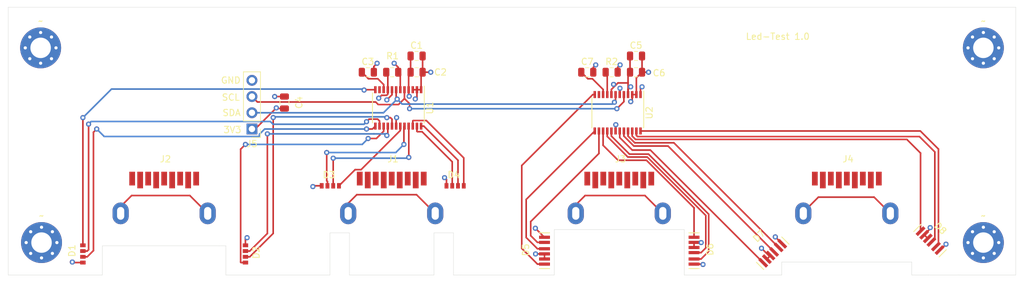
<source format=kicad_pcb>
(kicad_pcb (version 20171130) (host pcbnew "(5.1.9-0-10_14)")
  (layers (0 F.Cu signal) (1 In1.Cu signal hide) (2 In2.Cu signal) (31 B.Cu signal) (34 B.Paste user hide) (35 F.Paste user hide) (36 B.SilkS user hide) (37 F.SilkS user hide) (38 B.Mask user hide) (39 F.Mask user hide) (44 Edge.Cuts user))
  (net 0 "")
  (net 1 GND)
  (net 2 +3V3)
  (net 3 "Net-(C3-Pad1)")
  (net 4 "Net-(C7-Pad1)")
  (net 5 "Net-(D1-Pad2)")
  (net 6 "Net-(D1-Pad3)")
  (net 7 "Net-(D1-Pad4)")
  (net 8 "Net-(D2-Pad2)")
  (net 9 "Net-(D2-Pad3)")
  (net 10 "Net-(D2-Pad4)")
  (net 11 "Net-(D3-Pad2)")
  (net 12 "Net-(D3-Pad3)")
  (net 13 "Net-(D3-Pad4)")
  (net 14 "Net-(D4-Pad2)")
  (net 15 "Net-(D4-Pad3)")
  (net 16 "Net-(D4-Pad4)")
  (net 17 "Net-(D5-Pad1)")
  (net 18 "Net-(D5-Pad2)")
  (net 19 "Net-(D5-Pad3)")
  (net 20 "Net-(D6-Pad1)")
  (net 21 "Net-(D6-Pad2)")
  (net 22 "Net-(D6-Pad3)")
  (net 23 "Net-(D7-Pad1)")
  (net 24 "Net-(D7-Pad2)")
  (net 25 "Net-(D7-Pad3)")
  (net 26 "Net-(D8-Pad1)")
  (net 27 "Net-(D8-Pad2)")
  (net 28 "Net-(D8-Pad3)")
  (net 29 "Net-(J1-Pad4)")
  (net 30 "Net-(J1-Pad3)")
  (net 31 "Net-(J1-Pad2)")
  (net 32 "Net-(J1-Pad5)")
  (net 33 "Net-(J1-Pad6)")
  (net 34 "Net-(J1-Pad7)")
  (net 35 "Net-(J1-Pad8)")
  (net 36 "Net-(J1-Pad1)")
  (net 37 "Net-(J1-Pad9)")
  (net 38 "Net-(J1-Pad10)")
  (net 39 "Net-(J2-Pad4)")
  (net 40 "Net-(J2-Pad3)")
  (net 41 "Net-(J2-Pad2)")
  (net 42 "Net-(J2-Pad5)")
  (net 43 "Net-(J2-Pad6)")
  (net 44 "Net-(J2-Pad7)")
  (net 45 "Net-(J2-Pad8)")
  (net 46 "Net-(J2-Pad1)")
  (net 47 "Net-(J2-Pad9)")
  (net 48 "Net-(J2-Pad10)")
  (net 49 "Net-(J3-Pad4)")
  (net 50 "Net-(J3-Pad3)")
  (net 51 "Net-(J3-Pad2)")
  (net 52 "Net-(J3-Pad5)")
  (net 53 "Net-(J3-Pad6)")
  (net 54 "Net-(J3-Pad7)")
  (net 55 "Net-(J3-Pad8)")
  (net 56 "Net-(J3-Pad1)")
  (net 57 "Net-(J3-Pad9)")
  (net 58 "Net-(J3-Pad10)")
  (net 59 "Net-(J4-Pad4)")
  (net 60 "Net-(J4-Pad3)")
  (net 61 "Net-(J4-Pad2)")
  (net 62 "Net-(J4-Pad5)")
  (net 63 "Net-(J4-Pad6)")
  (net 64 "Net-(J4-Pad7)")
  (net 65 "Net-(J4-Pad8)")
  (net 66 "Net-(J4-Pad1)")
  (net 67 "Net-(J4-Pad9)")
  (net 68 "Net-(J4-Pad10)")
  (net 69 /SCL)
  (net 70 /SDA)
  (net 71 "Net-(R1-Pad1)")
  (net 72 "Net-(R2-Pad1)")
  (module MountingHole:MountingHole_3.2mm_M3_Pad_Via (layer F.Cu) (at 228.6 91.44)
    (fp_text reference ~ (at 0 -4.2) (layer F.SilkS))
    (fp_text value MountingHole_3.2mm_M3_Pad_Via)
    (pad 1 thru_hole circle (at 0 0) (size 6.4 6.4) (drill 3.2) (layers *.Cu *.Mask))
    (pad 1 thru_hole circle (at 2.4 0) (size 0.8 0.8) (drill 0.5) (layers *.Cu *.Mask))
    (pad 1 thru_hole circle (at 1.697056 1.697056) (size 0.8 0.8) (drill 0.5) (layers *.Cu *.Mask))
    (pad 1 thru_hole circle (at 0 2.4) (size 0.8 0.8) (drill 0.5) (layers *.Cu *.Mask))
    (pad 1 thru_hole circle (at -1.697056 1.697056) (size 0.8 0.8) (drill 0.5) (layers *.Cu *.Mask))
    (pad 1 thru_hole circle (at -2.4 0) (size 0.8 0.8) (drill 0.5) (layers *.Cu *.Mask))
    (pad 1 thru_hole circle (at -1.697056 -1.697056) (size 0.8 0.8) (drill 0.5) (layers *.Cu *.Mask))
    (pad 1 thru_hole circle (at 0 -2.4) (size 0.8 0.8) (drill 0.5) (layers *.Cu *.Mask))
    (pad 1 thru_hole circle (at 1.697056 -1.697056) (size 0.8 0.8) (drill 0.5) (layers *.Cu *.Mask))
  )
  (module MountingHole:MountingHole_3.2mm_M3_Pad_Via (layer F.Cu) (at 228.6 121.92)
    (fp_text reference ~ (at 0 -4.2) (layer F.SilkS))
    (fp_text value MountingHole_3.2mm_M3_Pad_Via)
    (pad 1 thru_hole circle (at 1.697056 -1.697056) (size 0.8 0.8) (drill 0.5) (layers *.Cu *.Mask))
    (pad 1 thru_hole circle (at 0 -2.4) (size 0.8 0.8) (drill 0.5) (layers *.Cu *.Mask))
    (pad 1 thru_hole circle (at -1.697056 -1.697056) (size 0.8 0.8) (drill 0.5) (layers *.Cu *.Mask))
    (pad 1 thru_hole circle (at -2.4 0) (size 0.8 0.8) (drill 0.5) (layers *.Cu *.Mask))
    (pad 1 thru_hole circle (at -1.697056 1.697056) (size 0.8 0.8) (drill 0.5) (layers *.Cu *.Mask))
    (pad 1 thru_hole circle (at 0 2.4) (size 0.8 0.8) (drill 0.5) (layers *.Cu *.Mask))
    (pad 1 thru_hole circle (at 1.697056 1.697056) (size 0.8 0.8) (drill 0.5) (layers *.Cu *.Mask))
    (pad 1 thru_hole circle (at 2.4 0) (size 0.8 0.8) (drill 0.5) (layers *.Cu *.Mask))
    (pad 1 thru_hole circle (at 0 0) (size 6.4 6.4) (drill 3.2) (layers *.Cu *.Mask))
  )
  (module MountingHole:MountingHole_3.2mm_M3_Pad_Via (layer F.Cu) (at 81.28 91.44)
    (fp_text reference ~ (at 0 -4.2) (layer F.SilkS))
    (fp_text value MountingHole_3.2mm_M3_Pad_Via)
    (pad 1 thru_hole circle (at 0 0) (size 6.4 6.4) (drill 3.2) (layers *.Cu *.Mask))
    (pad 1 thru_hole circle (at 2.4 0) (size 0.8 0.8) (drill 0.5) (layers *.Cu *.Mask))
    (pad 1 thru_hole circle (at 1.697056 1.697056) (size 0.8 0.8) (drill 0.5) (layers *.Cu *.Mask))
    (pad 1 thru_hole circle (at 0 2.4) (size 0.8 0.8) (drill 0.5) (layers *.Cu *.Mask))
    (pad 1 thru_hole circle (at -1.697056 1.697056) (size 0.8 0.8) (drill 0.5) (layers *.Cu *.Mask))
    (pad 1 thru_hole circle (at -2.4 0) (size 0.8 0.8) (drill 0.5) (layers *.Cu *.Mask))
    (pad 1 thru_hole circle (at -1.697056 -1.697056) (size 0.8 0.8) (drill 0.5) (layers *.Cu *.Mask))
    (pad 1 thru_hole circle (at 0 -2.4) (size 0.8 0.8) (drill 0.5) (layers *.Cu *.Mask))
    (pad 1 thru_hole circle (at 1.697056 -1.697056) (size 0.8 0.8) (drill 0.5) (layers *.Cu *.Mask))
  )
  (module MountingHole:MountingHole_3.2mm_M3_Pad_Via (layer F.Cu) (at 81.42 121.92)
    (fp_text reference ~ (at 0 -4.2) (layer F.SilkS))
    (fp_text value MountingHole_3.2mm_M3_Pad_Via)
    (pad 1 thru_hole circle (at 1.697056 -1.697056) (size 0.8 0.8) (drill 0.5) (layers *.Cu *.Mask))
    (pad 1 thru_hole circle (at 0 -2.4) (size 0.8 0.8) (drill 0.5) (layers *.Cu *.Mask))
    (pad 1 thru_hole circle (at -1.697056 -1.697056) (size 0.8 0.8) (drill 0.5) (layers *.Cu *.Mask))
    (pad 1 thru_hole circle (at -2.4 0) (size 0.8 0.8) (drill 0.5) (layers *.Cu *.Mask))
    (pad 1 thru_hole circle (at -1.697056 1.697056) (size 0.8 0.8) (drill 0.5) (layers *.Cu *.Mask))
    (pad 1 thru_hole circle (at 0 2.4) (size 0.8 0.8) (drill 0.5) (layers *.Cu *.Mask))
    (pad 1 thru_hole circle (at 1.697056 1.697056) (size 0.8 0.8) (drill 0.5) (layers *.Cu *.Mask))
    (pad 1 thru_hole circle (at 2.4 0) (size 0.8 0.8) (drill 0.5) (layers *.Cu *.Mask))
    (pad 1 thru_hole circle (at 0 0) (size 6.4 6.4) (drill 3.2) (layers *.Cu *.Mask))
  )
  (module Package_SO:TSSOP-24_4.4x7.8mm_P0.65mm (layer F.Cu) (at 171.45 101.6 270)
    (fp_text reference U2 (at 0 -4.95 90) (layer F.SilkS))
    (fp_text value LP5012PWR)
    (pad 24 smd rect (at 2.85 -3.575 270) (size 1.1 0.4) (layers F.Cu F.Paste F.Mask) (net 28 "Net-(D8-Pad3)"))
    (pad 23 smd rect (at 2.85 -2.925 270) (size 1.1 0.4) (layers F.Cu F.Paste F.Mask) (net 27 "Net-(D8-Pad2)"))
    (pad 22 smd rect (at 2.85 -2.275 270) (size 1.1 0.4) (layers F.Cu F.Paste F.Mask) (net 26 "Net-(D8-Pad1)"))
    (pad 21 smd rect (at 2.85 -1.625 270) (size 1.1 0.4) (layers F.Cu F.Paste F.Mask) (net 25 "Net-(D7-Pad3)"))
    (pad 20 smd rect (at 2.85 -0.975 270) (size 1.1 0.4) (layers F.Cu F.Paste F.Mask) (net 24 "Net-(D7-Pad2)"))
    (pad 19 smd rect (at 2.85 -0.325 270) (size 1.1 0.4) (layers F.Cu F.Paste F.Mask) (net 23 "Net-(D7-Pad1)"))
    (pad 18 smd rect (at 2.85 0.325 270) (size 1.1 0.4) (layers F.Cu F.Paste F.Mask) (net 1 GND))
    (pad 17 smd rect (at 2.85 0.975 270) (size 1.1 0.4) (layers F.Cu F.Paste F.Mask) (net 22 "Net-(D6-Pad3)"))
    (pad 16 smd rect (at 2.85 1.625 270) (size 1.1 0.4) (layers F.Cu F.Paste F.Mask) (net 21 "Net-(D6-Pad2)"))
    (pad 15 smd rect (at 2.85 2.275 270) (size 1.1 0.4) (layers F.Cu F.Paste F.Mask) (net 20 "Net-(D6-Pad1)"))
    (pad 14 smd rect (at 2.85 2.925 270) (size 1.1 0.4) (layers F.Cu F.Paste F.Mask) (net 19 "Net-(D5-Pad3)"))
    (pad 13 smd rect (at 2.85 3.575 270) (size 1.1 0.4) (layers F.Cu F.Paste F.Mask) (net 18 "Net-(D5-Pad2)"))
    (pad 12 smd rect (at -2.85 3.575 270) (size 1.1 0.4) (layers F.Cu F.Paste F.Mask) (net 17 "Net-(D5-Pad1)"))
    (pad 11 smd rect (at -2.85 2.925 270) (size 1.1 0.4) (layers F.Cu F.Paste F.Mask))
    (pad 10 smd rect (at -2.85 2.275 270) (size 1.1 0.4) (layers F.Cu F.Paste F.Mask) (net 4 "Net-(C7-Pad1)"))
    (pad 9 smd rect (at -2.85 1.625 270) (size 1.1 0.4) (layers F.Cu F.Paste F.Mask) (net 72 "Net-(R2-Pad1)"))
    (pad 8 smd rect (at -2.85 0.975 270) (size 1.1 0.4) (layers F.Cu F.Paste F.Mask) (net 2 +3V3))
    (pad 7 smd rect (at -2.85 0.325 270) (size 1.1 0.4) (layers F.Cu F.Paste F.Mask) (net 70 /SDA))
    (pad 6 smd rect (at -2.85 -0.325 270) (size 1.1 0.4) (layers F.Cu F.Paste F.Mask) (net 1 GND))
    (pad 5 smd rect (at -2.85 -0.975 270) (size 1.1 0.4) (layers F.Cu F.Paste F.Mask) (net 69 /SCL))
    (pad 4 smd rect (at -2.85 -1.625 270) (size 1.1 0.4) (layers F.Cu F.Paste F.Mask) (net 2 +3V3))
    (pad 3 smd rect (at -2.85 -2.275 270) (size 1.1 0.4) (layers F.Cu F.Paste F.Mask) (net 1 GND))
    (pad 2 smd rect (at -2.85 -2.925 270) (size 1.1 0.4) (layers F.Cu F.Paste F.Mask) (net 1 GND))
    (pad 1 smd rect (at -2.85 -3.575 270) (size 1.1 0.4) (layers F.Cu F.Paste F.Mask) (net 2 +3V3))
  )
  (module Package_SO:TSSOP-24_4.4x7.8mm_P0.65mm (layer F.Cu) (at 137.16 100.838 270)
    (fp_text reference U1 (at 0 -4.95 90) (layer F.SilkS))
    (fp_text value LP5012PWR)
    (pad 24 smd rect (at 2.85 -3.575 270) (size 1.1 0.4) (layers F.Cu F.Paste F.Mask) (net 15 "Net-(D4-Pad3)"))
    (pad 23 smd rect (at 2.85 -2.925 270) (size 1.1 0.4) (layers F.Cu F.Paste F.Mask) (net 14 "Net-(D4-Pad2)"))
    (pad 22 smd rect (at 2.85 -2.275 270) (size 1.1 0.4) (layers F.Cu F.Paste F.Mask) (net 16 "Net-(D4-Pad4)"))
    (pad 21 smd rect (at 2.85 -1.625 270) (size 1.1 0.4) (layers F.Cu F.Paste F.Mask) (net 12 "Net-(D3-Pad3)"))
    (pad 20 smd rect (at 2.85 -0.975 270) (size 1.1 0.4) (layers F.Cu F.Paste F.Mask) (net 11 "Net-(D3-Pad2)"))
    (pad 19 smd rect (at 2.85 -0.325 270) (size 1.1 0.4) (layers F.Cu F.Paste F.Mask) (net 13 "Net-(D3-Pad4)"))
    (pad 18 smd rect (at 2.85 0.325 270) (size 1.1 0.4) (layers F.Cu F.Paste F.Mask) (net 1 GND))
    (pad 17 smd rect (at 2.85 0.975 270) (size 1.1 0.4) (layers F.Cu F.Paste F.Mask) (net 9 "Net-(D2-Pad3)"))
    (pad 16 smd rect (at 2.85 1.625 270) (size 1.1 0.4) (layers F.Cu F.Paste F.Mask) (net 8 "Net-(D2-Pad2)"))
    (pad 15 smd rect (at 2.85 2.275 270) (size 1.1 0.4) (layers F.Cu F.Paste F.Mask) (net 10 "Net-(D2-Pad4)"))
    (pad 14 smd rect (at 2.85 2.925 270) (size 1.1 0.4) (layers F.Cu F.Paste F.Mask) (net 6 "Net-(D1-Pad3)"))
    (pad 13 smd rect (at 2.85 3.575 270) (size 1.1 0.4) (layers F.Cu F.Paste F.Mask) (net 5 "Net-(D1-Pad2)"))
    (pad 12 smd rect (at -2.85 3.575 270) (size 1.1 0.4) (layers F.Cu F.Paste F.Mask) (net 7 "Net-(D1-Pad4)"))
    (pad 11 smd rect (at -2.85 2.925 270) (size 1.1 0.4) (layers F.Cu F.Paste F.Mask))
    (pad 10 smd rect (at -2.85 2.275 270) (size 1.1 0.4) (layers F.Cu F.Paste F.Mask) (net 3 "Net-(C3-Pad1)"))
    (pad 9 smd rect (at -2.85 1.625 270) (size 1.1 0.4) (layers F.Cu F.Paste F.Mask) (net 71 "Net-(R1-Pad1)"))
    (pad 8 smd rect (at -2.85 0.975 270) (size 1.1 0.4) (layers F.Cu F.Paste F.Mask) (net 2 +3V3))
    (pad 7 smd rect (at -2.85 0.325 270) (size 1.1 0.4) (layers F.Cu F.Paste F.Mask) (net 70 /SDA))
    (pad 6 smd rect (at -2.85 -0.325 270) (size 1.1 0.4) (layers F.Cu F.Paste F.Mask) (net 1 GND))
    (pad 5 smd rect (at -2.85 -0.975 270) (size 1.1 0.4) (layers F.Cu F.Paste F.Mask) (net 69 /SCL))
    (pad 4 smd rect (at -2.85 -1.625 270) (size 1.1 0.4) (layers F.Cu F.Paste F.Mask) (net 2 +3V3))
    (pad 3 smd rect (at -2.85 -2.275 270) (size 1.1 0.4) (layers F.Cu F.Paste F.Mask) (net 1 GND))
    (pad 2 smd rect (at -2.85 -2.925 270) (size 1.1 0.4) (layers F.Cu F.Paste F.Mask) (net 1 GND))
    (pad 1 smd rect (at -2.85 -3.575 270) (size 1.1 0.4) (layers F.Cu F.Paste F.Mask) (net 1 GND))
  )
  (module Resistor_SMD:R_0805_2012Metric (layer F.Cu) (at 170.5125 95.25)
    (fp_text reference R2 (at 0 -1.65) (layer F.SilkS))
    (fp_text value 3.6k)
    (pad 2 smd roundrect (at 0.9375 0) (size 0.975 1.4) (layers F.Cu F.Paste F.Mask) (net 1 GND))
    (pad 1 smd roundrect (at -0.9375 0) (size 0.975 1.4) (layers F.Cu F.Paste F.Mask) (net 72 "Net-(R2-Pad1)"))
  )
  (module Resistor_SMD:R_0805_2012Metric (layer F.Cu) (at 136.2225 95.25)
    (fp_text reference R1 (at 0.0485 -2.54) (layer F.SilkS))
    (fp_text value 3.6k)
    (pad 2 smd roundrect (at 0.9375 0) (size 0.975 1.4) (layers F.Cu F.Paste F.Mask) (net 1 GND))
    (pad 1 smd roundrect (at -0.9375 0) (size 0.975 1.4) (layers F.Cu F.Paste F.Mask) (net 71 "Net-(R1-Pad1)"))
  )
  (module Connector_PinHeader_2.54mm:PinHeader_1x04_P2.54mm_Vertical (layer F.Cu) (at 114.3 104.14 180)
    (fp_text reference J5 (at 0 -2.33) (layer F.SilkS))
    (fp_text value Conn_01x04_Male)
    (pad 4 thru_hole oval (at 0 7.62 180) (size 1.7 1.7) (drill 1) (layers *.Cu *.Mask) (net 1 GND))
    (pad 3 thru_hole oval (at 0 5.08 180) (size 1.7 1.7) (drill 1) (layers *.Cu *.Mask) (net 69 /SCL))
    (pad 2 thru_hole oval (at 0 2.54 180) (size 1.7 1.7) (drill 1) (layers *.Cu *.Mask) (net 70 /SDA))
    (pad 1 thru_hole rect (at 0 0 180) (size 1.7 1.7) (drill 1) (layers *.Cu *.Mask) (net 2 +3V3))
  )
  (module usb_connectors:WR-COM_USB_3.0_Horizontal_SMT (layer F.Cu) (at 207.264 117.348)
    (fp_text reference J4 (at 0.2 -8.5) (layer F.SilkS))
    (fp_text value USB3_A)
    (pad 4 smd rect (at 3.75 -5.22) (size 0.9 2.6) (layers F.Cu F.Paste F.Mask) (net 59 "Net-(J4-Pad4)"))
    (pad 3 smd rect (at 1.25 -5.22) (size 0.9 2.6) (layers F.Cu F.Paste F.Mask) (net 60 "Net-(J4-Pad3)"))
    (pad 2 smd rect (at -1.25 -5.22) (size 0.9 2.6) (layers F.Cu F.Paste F.Mask) (net 61 "Net-(J4-Pad2)"))
    (pad 5 smd rect (at 5 -5.445) (size 0.9 2.15) (layers F.Cu F.Paste F.Mask) (net 62 "Net-(J4-Pad5)"))
    (pad 6 smd rect (at 2.5 -5.445) (size 0.9 2.15) (layers F.Cu F.Paste F.Mask) (net 63 "Net-(J4-Pad6)"))
    (pad 7 smd rect (at 0 -5.445) (size 0.9 2.15) (layers F.Cu F.Paste F.Mask) (net 64 "Net-(J4-Pad7)"))
    (pad 8 smd rect (at -2.5 -5.445) (size 0.9 2.15) (layers F.Cu F.Paste F.Mask) (net 65 "Net-(J4-Pad8)"))
    (pad 1 smd rect (at -3.75 -5.22) (size 0.9 2.6) (layers F.Cu F.Paste F.Mask) (net 66 "Net-(J4-Pad1)"))
    (pad 9 smd rect (at -5 -5.445) (size 0.9 2.15) (layers F.Cu F.Paste F.Mask) (net 67 "Net-(J4-Pad9)"))
    (pad "" np_thru_hole circle (at 3.4 0) (size 2 2) (drill 2) (layers *.Cu *.Mask))
    (pad "" np_thru_hole circle (at -3.4 0) (size 2 2) (drill 2) (layers *.Cu *.Mask))
    (pad 10 thru_hole oval (at 6.8 0) (size 2.52 3.4) (drill oval 1.12 2) (layers *.Cu *.Mask F.Paste) (net 68 "Net-(J4-Pad10)"))
    (pad 10 thru_hole oval (at -6.8 0) (size 2.52 3.4) (drill oval 1.12 2) (layers *.Cu *.Mask F.Paste) (net 68 "Net-(J4-Pad10)"))
  )
  (module usb_connectors:WR-COM_USB_3.0_Horizontal_SMT (layer F.Cu) (at 171.704 117.348)
    (fp_text reference J3 (at 0.2 -8.5) (layer F.SilkS))
    (fp_text value USB3_A)
    (pad 4 smd rect (at 3.75 -5.22) (size 0.9 2.6) (layers F.Cu F.Paste F.Mask) (net 49 "Net-(J3-Pad4)"))
    (pad 3 smd rect (at 1.25 -5.22) (size 0.9 2.6) (layers F.Cu F.Paste F.Mask) (net 50 "Net-(J3-Pad3)"))
    (pad 2 smd rect (at -1.25 -5.22) (size 0.9 2.6) (layers F.Cu F.Paste F.Mask) (net 51 "Net-(J3-Pad2)"))
    (pad 5 smd rect (at 5 -5.445) (size 0.9 2.15) (layers F.Cu F.Paste F.Mask) (net 52 "Net-(J3-Pad5)"))
    (pad 6 smd rect (at 2.5 -5.445) (size 0.9 2.15) (layers F.Cu F.Paste F.Mask) (net 53 "Net-(J3-Pad6)"))
    (pad 7 smd rect (at 0 -5.445) (size 0.9 2.15) (layers F.Cu F.Paste F.Mask) (net 54 "Net-(J3-Pad7)"))
    (pad 8 smd rect (at -2.5 -5.445) (size 0.9 2.15) (layers F.Cu F.Paste F.Mask) (net 55 "Net-(J3-Pad8)"))
    (pad 1 smd rect (at -3.75 -5.22) (size 0.9 2.6) (layers F.Cu F.Paste F.Mask) (net 56 "Net-(J3-Pad1)"))
    (pad 9 smd rect (at -5 -5.445) (size 0.9 2.15) (layers F.Cu F.Paste F.Mask) (net 57 "Net-(J3-Pad9)"))
    (pad "" np_thru_hole circle (at 3.4 0) (size 2 2) (drill 2) (layers *.Cu *.Mask))
    (pad "" np_thru_hole circle (at -3.4 0) (size 2 2) (drill 2) (layers *.Cu *.Mask))
    (pad 10 thru_hole oval (at 6.8 0) (size 2.52 3.4) (drill oval 1.12 2) (layers *.Cu *.Mask F.Paste) (net 58 "Net-(J3-Pad10)"))
    (pad 10 thru_hole oval (at -6.8 0) (size 2.52 3.4) (drill oval 1.12 2) (layers *.Cu *.Mask F.Paste) (net 58 "Net-(J3-Pad10)"))
  )
  (module usb_connectors:WR-COM_USB_3.0_Horizontal_SMT (layer F.Cu) (at 100.584 117.348)
    (fp_text reference J2 (at 0.2 -8.5) (layer F.SilkS))
    (fp_text value USB3_A)
    (pad 4 smd rect (at 3.75 -5.22) (size 0.9 2.6) (layers F.Cu F.Paste F.Mask) (net 39 "Net-(J2-Pad4)"))
    (pad 3 smd rect (at 1.25 -5.22) (size 0.9 2.6) (layers F.Cu F.Paste F.Mask) (net 40 "Net-(J2-Pad3)"))
    (pad 2 smd rect (at -1.25 -5.22) (size 0.9 2.6) (layers F.Cu F.Paste F.Mask) (net 41 "Net-(J2-Pad2)"))
    (pad 5 smd rect (at 5 -5.445) (size 0.9 2.15) (layers F.Cu F.Paste F.Mask) (net 42 "Net-(J2-Pad5)"))
    (pad 6 smd rect (at 2.5 -5.445) (size 0.9 2.15) (layers F.Cu F.Paste F.Mask) (net 43 "Net-(J2-Pad6)"))
    (pad 7 smd rect (at 0 -5.445) (size 0.9 2.15) (layers F.Cu F.Paste F.Mask) (net 44 "Net-(J2-Pad7)"))
    (pad 8 smd rect (at -2.5 -5.445) (size 0.9 2.15) (layers F.Cu F.Paste F.Mask) (net 45 "Net-(J2-Pad8)"))
    (pad 1 smd rect (at -3.75 -5.22) (size 0.9 2.6) (layers F.Cu F.Paste F.Mask) (net 46 "Net-(J2-Pad1)"))
    (pad 9 smd rect (at -5 -5.445) (size 0.9 2.15) (layers F.Cu F.Paste F.Mask) (net 47 "Net-(J2-Pad9)"))
    (pad "" np_thru_hole circle (at 3.4 0) (size 2 2) (drill 2) (layers *.Cu *.Mask))
    (pad "" np_thru_hole circle (at -3.4 0) (size 2 2) (drill 2) (layers *.Cu *.Mask))
    (pad 10 thru_hole oval (at 6.8 0) (size 2.52 3.4) (drill oval 1.12 2) (layers *.Cu *.Mask F.Paste) (net 48 "Net-(J2-Pad10)"))
    (pad 10 thru_hole oval (at -6.8 0) (size 2.52 3.4) (drill oval 1.12 2) (layers *.Cu *.Mask F.Paste) (net 48 "Net-(J2-Pad10)"))
  )
  (module usb_connectors:WR-COM_USB_3.0_Horizontal_SMT (layer F.Cu) (at 136.144 117.348)
    (fp_text reference J1 (at 0.2 -8.5) (layer F.SilkS))
    (fp_text value USB3_A)
    (pad 4 smd rect (at 3.75 -5.22) (size 0.9 2.6) (layers F.Cu F.Paste F.Mask) (net 29 "Net-(J1-Pad4)"))
    (pad 3 smd rect (at 1.25 -5.22) (size 0.9 2.6) (layers F.Cu F.Paste F.Mask) (net 30 "Net-(J1-Pad3)"))
    (pad 2 smd rect (at -1.25 -5.22) (size 0.9 2.6) (layers F.Cu F.Paste F.Mask) (net 31 "Net-(J1-Pad2)"))
    (pad 5 smd rect (at 5 -5.445) (size 0.9 2.15) (layers F.Cu F.Paste F.Mask) (net 32 "Net-(J1-Pad5)"))
    (pad 6 smd rect (at 2.5 -5.445) (size 0.9 2.15) (layers F.Cu F.Paste F.Mask) (net 33 "Net-(J1-Pad6)"))
    (pad 7 smd rect (at 0 -5.445) (size 0.9 2.15) (layers F.Cu F.Paste F.Mask) (net 34 "Net-(J1-Pad7)"))
    (pad 8 smd rect (at -2.5 -5.445) (size 0.9 2.15) (layers F.Cu F.Paste F.Mask) (net 35 "Net-(J1-Pad8)"))
    (pad 1 smd rect (at -3.75 -5.22) (size 0.9 2.6) (layers F.Cu F.Paste F.Mask) (net 36 "Net-(J1-Pad1)"))
    (pad 9 smd rect (at -5 -5.445) (size 0.9 2.15) (layers F.Cu F.Paste F.Mask) (net 37 "Net-(J1-Pad9)"))
    (pad "" np_thru_hole circle (at 3.4 0) (size 2 2) (drill 2) (layers *.Cu *.Mask))
    (pad "" np_thru_hole circle (at -3.4 0) (size 2 2) (drill 2) (layers *.Cu *.Mask))
    (pad 10 thru_hole oval (at 6.8 0) (size 2.52 3.4) (drill oval 1.12 2) (layers *.Cu *.Mask F.Paste) (net 38 "Net-(J1-Pad10)"))
    (pad 10 thru_hole oval (at -6.8 0) (size 2.52 3.4) (drill oval 1.12 2) (layers *.Cu *.Mask F.Paste) (net 38 "Net-(J1-Pad10)"))
  )
  (module leds_and_switches:KRTB_AELPS1.32 (layer F.Cu) (at 220.4085 121.4755 135)
    (fp_text reference D8 (at 0.2 2.3 135) (layer F.SilkS))
    (fp_text value LED_RGB)
    (pad 1 smd rect (at 2.1 -0.2 135) (size 0.5 1.7) (layers F.Cu F.Paste F.Mask) (net 26 "Net-(D8-Pad1)"))
    (pad 6 smd rect (at 1.3 -0.2 135) (size 0.5 1.7) (layers F.Cu F.Paste F.Mask) (net 2 +3V3))
    (pad 5 smd rect (at 0.5 -0.2 135) (size 0.5 1.7) (layers F.Cu F.Paste F.Mask) (net 2 +3V3))
    (pad 2 smd rect (at -0.3 -0.2 135) (size 0.5 1.7) (layers F.Cu F.Paste F.Mask) (net 27 "Net-(D8-Pad2)"))
    (pad 3 smd rect (at -1.3 -0.2 135) (size 0.5 1.7) (layers F.Cu F.Paste F.Mask) (net 28 "Net-(D8-Pad3)"))
    (pad 4 smd rect (at -2.1 -0.2 135) (size 0.5 1.7) (layers F.Cu F.Paste F.Mask) (net 2 +3V3))
  )
  (module leds_and_switches:KRTB_AELPS1.32 (layer F.Cu) (at 195.543947 123.451211 225)
    (fp_text reference D7 (at -0.389803 3.212498 45) (layer F.SilkS))
    (fp_text value LED_RGB)
    (pad 4 smd rect (at -2.1 -0.2 225) (size 0.5 1.7) (layers F.Cu F.Paste F.Mask) (net 2 +3V3))
    (pad 3 smd rect (at -1.3 -0.2 225) (size 0.5 1.7) (layers F.Cu F.Paste F.Mask) (net 25 "Net-(D7-Pad3)"))
    (pad 2 smd rect (at -0.3 -0.2 225) (size 0.5 1.7) (layers F.Cu F.Paste F.Mask) (net 24 "Net-(D7-Pad2)"))
    (pad 5 smd rect (at 0.5 -0.2 225) (size 0.5 1.7) (layers F.Cu F.Paste F.Mask) (net 2 +3V3))
    (pad 6 smd rect (at 1.3 -0.2 225) (size 0.5 1.7) (layers F.Cu F.Paste F.Mask) (net 2 +3V3))
    (pad 1 smd rect (at 2.1 -0.2 225) (size 0.5 1.7) (layers F.Cu F.Paste F.Mask) (net 23 "Net-(D7-Pad1)"))
  )
  (module leds_and_switches:KRTB_AELPS1.32 (layer F.Cu) (at 183.588 123.19 90)
    (fp_text reference D6 (at 0.2 2.3 90) (layer F.SilkS))
    (fp_text value LED_RGB)
    (pad 1 smd rect (at 2.1 -0.2 90) (size 0.5 1.7) (layers F.Cu F.Paste F.Mask) (net 20 "Net-(D6-Pad1)"))
    (pad 6 smd rect (at 1.3 -0.2 90) (size 0.5 1.7) (layers F.Cu F.Paste F.Mask) (net 2 +3V3))
    (pad 5 smd rect (at 0.5 -0.2 90) (size 0.5 1.7) (layers F.Cu F.Paste F.Mask) (net 2 +3V3))
    (pad 2 smd rect (at -0.3 -0.2 90) (size 0.5 1.7) (layers F.Cu F.Paste F.Mask) (net 21 "Net-(D6-Pad2)"))
    (pad 3 smd rect (at -1.3 -0.2 90) (size 0.5 1.7) (layers F.Cu F.Paste F.Mask) (net 22 "Net-(D6-Pad3)"))
    (pad 4 smd rect (at -2.1 -0.2 90) (size 0.5 1.7) (layers F.Cu F.Paste F.Mask) (net 2 +3V3))
  )
  (module leds_and_switches:KRTB_AELPS1.32 (layer F.Cu) (at 159.82 123.19 270)
    (fp_text reference D5 (at -0.127 2.721 90) (layer F.SilkS))
    (fp_text value LED_RGB)
    (pad 1 smd rect (at 2.1 -0.2 270) (size 0.5 1.7) (layers F.Cu F.Paste F.Mask) (net 17 "Net-(D5-Pad1)"))
    (pad 6 smd rect (at 1.3 -0.2 270) (size 0.5 1.7) (layers F.Cu F.Paste F.Mask) (net 2 +3V3))
    (pad 5 smd rect (at 0.5 -0.2 270) (size 0.5 1.7) (layers F.Cu F.Paste F.Mask) (net 2 +3V3))
    (pad 2 smd rect (at -0.3 -0.2 270) (size 0.5 1.7) (layers F.Cu F.Paste F.Mask) (net 18 "Net-(D5-Pad2)"))
    (pad 3 smd rect (at -1.3 -0.2 270) (size 0.5 1.7) (layers F.Cu F.Paste F.Mask) (net 19 "Net-(D5-Pad3)"))
    (pad 4 smd rect (at -2.1 -0.2 270) (size 0.5 1.7) (layers F.Cu F.Paste F.Mask) (net 2 +3V3))
  )
  (module leds_and_switches:MSL0601RGB (layer F.Cu) (at 146.05 113.03 180)
    (fp_text reference D4 (at 0.2 1.7) (layer F.SilkS))
    (fp_text value LED_AGBR)
    (pad 1 smd rect (at 1.35 0 180) (size 0.6 0.85) (layers F.Cu F.Paste F.Mask) (net 2 +3V3))
    (pad 2 smd rect (at 0.45 0 180) (size 0.6 0.85) (layers F.Cu F.Paste F.Mask) (net 14 "Net-(D4-Pad2)"))
    (pad 3 smd rect (at -0.45 0 180) (size 0.6 0.85) (layers F.Cu F.Paste F.Mask) (net 15 "Net-(D4-Pad3)"))
    (pad 4 smd rect (at -1.35 0 180) (size 0.6 0.85) (layers F.Cu F.Paste F.Mask) (net 16 "Net-(D4-Pad4)"))
  )
  (module leds_and_switches:MSL0601RGB (layer F.Cu) (at 126.55 113.03 180)
    (fp_text reference D3 (at 0.2 1.7) (layer F.SilkS))
    (fp_text value LED_AGBR)
    (pad 1 smd rect (at 1.35 0 180) (size 0.6 0.85) (layers F.Cu F.Paste F.Mask) (net 2 +3V3))
    (pad 2 smd rect (at 0.45 0 180) (size 0.6 0.85) (layers F.Cu F.Paste F.Mask) (net 11 "Net-(D3-Pad2)"))
    (pad 3 smd rect (at -0.45 0 180) (size 0.6 0.85) (layers F.Cu F.Paste F.Mask) (net 12 "Net-(D3-Pad3)"))
    (pad 4 smd rect (at -1.35 0 180) (size 0.6 0.85) (layers F.Cu F.Paste F.Mask) (net 13 "Net-(D3-Pad4)"))
  )
  (module leds_and_switches:MSL0601RGB (layer F.Cu) (at 113.284 123.698 90)
    (fp_text reference D2 (at 0.2 1.7 90) (layer F.SilkS))
    (fp_text value LED_AGBR)
    (pad 1 smd rect (at 1.35 0 90) (size 0.6 0.85) (layers F.Cu F.Paste F.Mask) (net 2 +3V3))
    (pad 2 smd rect (at 0.45 0 90) (size 0.6 0.85) (layers F.Cu F.Paste F.Mask) (net 8 "Net-(D2-Pad2)"))
    (pad 3 smd rect (at -0.45 0 90) (size 0.6 0.85) (layers F.Cu F.Paste F.Mask) (net 9 "Net-(D2-Pad3)"))
    (pad 4 smd rect (at -1.35 0 90) (size 0.6 0.85) (layers F.Cu F.Paste F.Mask) (net 10 "Net-(D2-Pad4)"))
  )
  (module leds_and_switches:MSL0601RGB (layer F.Cu) (at 87.884 123.698 270)
    (fp_text reference D1 (at -0.508 1.7 90) (layer F.SilkS))
    (fp_text value LED_AGBR)
    (pad 1 smd rect (at 1.35 0 270) (size 0.6 0.85) (layers F.Cu F.Paste F.Mask) (net 2 +3V3))
    (pad 2 smd rect (at 0.45 0 270) (size 0.6 0.85) (layers F.Cu F.Paste F.Mask) (net 5 "Net-(D1-Pad2)"))
    (pad 3 smd rect (at -0.45 0 270) (size 0.6 0.85) (layers F.Cu F.Paste F.Mask) (net 6 "Net-(D1-Pad3)"))
    (pad 4 smd rect (at -1.35 0 270) (size 0.6 0.85) (layers F.Cu F.Paste F.Mask) (net 7 "Net-(D1-Pad4)"))
  )
  (module Capacitor_SMD:C_0805_2012Metric (layer F.Cu) (at 166.7025 95.25)
    (fp_text reference C7 (at 0 -1.65) (layer F.SilkS))
    (fp_text value 1µF)
    (pad 2 smd roundrect (at 0.9375 0) (size 0.975 1.4) (layers F.Cu F.Paste F.Mask) (net 1 GND))
    (pad 1 smd roundrect (at -0.9375 0) (size 0.975 1.4) (layers F.Cu F.Paste F.Mask) (net 4 "Net-(C7-Pad1)"))
  )
  (module Capacitor_SMD:C_0805_2012Metric (layer F.Cu) (at 174.3225 95.25)
    (fp_text reference C6 (at 3.6045 0.127) (layer F.SilkS))
    (fp_text value 0.1µF)
    (pad 2 smd roundrect (at 0.9375 0) (size 0.975 1.4) (layers F.Cu F.Paste F.Mask) (net 1 GND))
    (pad 1 smd roundrect (at -0.9375 0) (size 0.975 1.4) (layers F.Cu F.Paste F.Mask) (net 2 +3V3))
  )
  (module Capacitor_SMD:C_0805_2012Metric (layer F.Cu) (at 174.3225 92.71)
    (fp_text reference C5 (at 0 -1.65) (layer F.SilkS))
    (fp_text value 1µF)
    (pad 2 smd roundrect (at 0.9375 0) (size 0.975 1.4) (layers F.Cu F.Paste F.Mask) (net 1 GND))
    (pad 1 smd roundrect (at -0.9375 0) (size 0.975 1.4) (layers F.Cu F.Paste F.Mask) (net 2 +3V3))
  )
  (module Capacitor_SMD:C_0805_2012Metric (layer F.Cu) (at 119.38 99.9975 90)
    (fp_text reference C4 (at 0 2.286 90) (layer F.SilkS))
    (fp_text value 10µF)
    (pad 2 smd roundrect (at 0.9375 0 90) (size 0.975 1.4) (layers F.Cu F.Paste F.Mask) (net 1 GND))
    (pad 1 smd roundrect (at -0.9375 0 90) (size 0.975 1.4) (layers F.Cu F.Paste F.Mask) (net 2 +3V3))
  )
  (module Capacitor_SMD:C_0805_2012Metric (layer F.Cu) (at 132.4125 95.25)
    (fp_text reference C3 (at 0 -1.65) (layer F.SilkS))
    (fp_text value 1µF)
    (pad 2 smd roundrect (at 0.9375 0) (size 0.975 1.4) (layers F.Cu F.Paste F.Mask) (net 1 GND))
    (pad 1 smd roundrect (at -0.9375 0) (size 0.975 1.4) (layers F.Cu F.Paste F.Mask) (net 3 "Net-(C3-Pad1)"))
  )
  (module Capacitor_SMD:C_0805_2012Metric (layer F.Cu) (at 140.0325 95.25)
    (fp_text reference C2 (at 3.7315 0) (layer F.SilkS))
    (fp_text value 0.1µF)
    (pad 2 smd roundrect (at 0.9375 0) (size 0.975 1.4) (layers F.Cu F.Paste F.Mask) (net 1 GND))
    (pad 1 smd roundrect (at -0.9375 0) (size 0.975 1.4) (layers F.Cu F.Paste F.Mask) (net 2 +3V3))
  )
  (module Capacitor_SMD:C_0805_2012Metric (layer F.Cu) (at 140.0325 92.71)
    (fp_text reference C1 (at 0 -1.65) (layer F.SilkS))
    (fp_text value 1µF)
    (pad 2 smd roundrect (at 0.9375 0) (size 0.975 1.4) (layers F.Cu F.Paste F.Mask) (net 1 GND))
    (pad 1 smd roundrect (at -0.9375 0) (size 0.975 1.4) (layers F.Cu F.Paste F.Mask) (net 2 +3V3))
  )
  (gr_text 3V3 (at 111.252 104.267) (layer F.SilkS) (effects (font (size 1 1))))
  (gr_text SDA (at 111.125 101.6) (layer F.SilkS) (effects (font (size 1 1))))
  (gr_text SCL (at 110.998 99.187) (layer F.SilkS) (effects (font (size 1 1))))
  (gr_text GND (at 110.998 96.52) (layer F.SilkS) (effects (font (size 1 1))))
  (gr_text "Led-Test 1.0" (at 196.469 89.662) (layer F.SilkS) (effects (font (size 1 1))))
  (gr_line (start 76.2 85.09) (end 76.2 127) (layer Edge.Cuts) (width 0.05))
  (gr_line (start 233.68 85.09) (end 76.2 85.09) (layer Edge.Cuts) (width 0.05))
  (gr_line (start 233.68 127) (end 233.68 85.09) (layer Edge.Cuts) (width 0.05))
  (gr_line (start 224.79 127) (end 233.68 127) (layer Edge.Cuts) (width 0.05))
  (gr_line (start 219.964 127) (end 224.79 127) (layer Edge.Cuts) (width 0.05))
  (gr_line (start 217.424 127) (end 219.964 127) (layer Edge.Cuts) (width 0.05))
  (gr_line (start 181.864 127) (end 197.104 127) (layer Edge.Cuts) (width 0.05))
  (gr_line (start 217.424 124.968) (end 217.424 127) (layer Edge.Cuts) (width 0.05))
  (gr_line (start 197.104 124.968) (end 217.424 124.968) (layer Edge.Cuts) (width 0.05))
  (gr_line (start 197.104 127) (end 197.104 124.968) (layer Edge.Cuts) (width 0.05))
  (gr_line (start 146.812 127) (end 161.544 127) (layer Edge.Cuts) (width 0.05))
  (gr_line (start 181.864 119.888) (end 181.864 127) (layer Edge.Cuts) (width 0.05))
  (gr_line (start 161.544 119.888) (end 181.864 119.888) (layer Edge.Cuts) (width 0.05))
  (gr_line (start 161.544 127) (end 161.544 119.888) (layer Edge.Cuts) (width 0.05))
  (gr_line (start 146.812 127) (end 145.796 127) (layer Edge.Cuts) (width 0.05))
  (gr_line (start 145.796 127) (end 145.796 120.396) (layer Edge.Cuts) (width 0.05))
  (gr_line (start 126.492 127) (end 110.236 127) (layer Edge.Cuts) (width 0.05))
  (gr_line (start 142.748 120.396) (end 142.748 127) (layer Edge.Cuts) (width 0.05))
  (gr_line (start 145.796 120.396) (end 142.748 120.396) (layer Edge.Cuts) (width 0.05))
  (gr_line (start 129.54 127) (end 142.748 127) (layer Edge.Cuts) (width 0.05))
  (gr_line (start 129.54 120.396) (end 129.54 127) (layer Edge.Cuts) (width 0.05))
  (gr_line (start 126.492 120.396) (end 129.54 120.396) (layer Edge.Cuts) (width 0.05))
  (gr_line (start 126.492 127) (end 126.492 120.396) (layer Edge.Cuts) (width 0.05))
  (gr_line (start 110.236 122.428) (end 110.236 127) (layer Edge.Cuts) (width 0.05))
  (gr_line (start 109.22 122.428) (end 110.236 122.428) (layer Edge.Cuts) (width 0.05))
  (gr_line (start 90.932 122.428) (end 109.22 122.428) (layer Edge.Cuts) (width 0.05))
  (gr_line (start 90.932 122.428) (end 90.932 127) (layer Edge.Cuts) (width 0.05))
  (gr_line (start 90.932 127) (end 76.2 127) (layer Edge.Cuts) (width 0.05))
  (segment (start 140.735 95.485) (end 140.97 95.25) (width 0.25) (layer F.Cu) (net 1))
  (segment (start 140.735 97.988) (end 140.735 95.485) (width 0.25) (layer F.Cu) (net 1))
  (segment (start 140.97 95.25) (end 140.97 92.71) (width 0.25) (layer F.Cu) (net 1))
  (segment (start 137.485 95.575) (end 137.16 95.25) (width 0.25) (layer F.Cu) (net 1))
  (segment (start 137.485 97.988) (end 137.485 95.575) (width 0.25) (layer F.Cu) (net 1))
  (via (at 117.856 99.06) (size 0.8) (drill 0.4) (layers F.Cu B.Cu) (net 1))
  (segment (start 119.38 99.06) (end 117.856 99.06) (width 0.25) (layer F.Cu) (net 1))
  (via (at 133.858 93.853) (size 0.8) (drill 0.4) (layers F.Cu B.Cu) (net 1))
  (segment (start 133.35 94.361) (end 133.858 93.853) (width 0.25) (layer F.Cu) (net 1))
  (segment (start 133.35 95.25) (end 133.35 94.361) (width 0.25) (layer F.Cu) (net 1))
  (via (at 136.525 93.853) (size 0.8) (drill 0.4) (layers F.Cu B.Cu) (net 1))
  (segment (start 137.16 94.488) (end 136.525 93.853) (width 0.25) (layer F.Cu) (net 1))
  (segment (start 137.16 95.25) (end 137.16 94.488) (width 0.25) (layer F.Cu) (net 1))
  (via (at 142.24 95.25) (size 0.8) (drill 0.4) (layers F.Cu B.Cu) (net 1))
  (segment (start 140.97 95.25) (end 142.24 95.25) (width 0.25) (layer F.Cu) (net 1))
  (segment (start 140.735 97.988) (end 140.085 97.988) (width 0.25) (layer F.Cu) (net 1))
  (segment (start 140.085 97.988) (end 139.435 97.988) (width 0.25) (layer F.Cu) (net 1))
  (via (at 139.827 99.441) (size 0.8) (drill 0.4) (layers F.Cu B.Cu) (net 1))
  (segment (start 140.085 99.183) (end 139.827 99.441) (width 0.25) (layer F.Cu) (net 1))
  (segment (start 140.085 97.988) (end 140.085 99.183) (width 0.25) (layer F.Cu) (net 1))
  (via (at 136.906 102.362) (size 0.8) (drill 0.4) (layers F.Cu B.Cu) (net 1))
  (segment (start 136.835 102.433) (end 136.906 102.362) (width 0.25) (layer F.Cu) (net 1))
  (segment (start 136.835 103.688) (end 136.835 102.433) (width 0.25) (layer F.Cu) (net 1))
  (segment (start 174.375 96.135) (end 175.26 95.25) (width 0.25) (layer F.Cu) (net 1))
  (segment (start 174.375 98.75) (end 174.375 96.135) (width 0.25) (layer F.Cu) (net 1))
  (segment (start 174.375 98.75) (end 173.725 98.75) (width 0.25) (layer F.Cu) (net 1))
  (segment (start 175.26 95.25) (end 175.26 92.71) (width 0.25) (layer F.Cu) (net 1))
  (via (at 171.159594 103.467057) (size 0.8) (drill 0.4) (layers F.Cu B.Cu) (net 1))
  (segment (start 171.125 103.501651) (end 171.159594 103.467057) (width 0.25) (layer F.Cu) (net 1))
  (segment (start 171.125 104.45) (end 171.125 103.501651) (width 0.25) (layer F.Cu) (net 1))
  (via (at 176.276 95.25) (size 0.8) (drill 0.4) (layers F.Cu B.Cu) (net 1))
  (segment (start 175.26 95.25) (end 176.276 95.25) (width 0.25) (layer F.Cu) (net 1))
  (segment (start 173.725 99.628924) (end 173.496176 99.857748) (width 0.25) (layer F.Cu) (net 1))
  (via (at 173.496176 99.857748) (size 0.8) (drill 0.4) (layers F.Cu B.Cu) (net 1))
  (segment (start 173.725 98.75) (end 173.725 99.628924) (width 0.25) (layer F.Cu) (net 1))
  (segment (start 167.64 94.488) (end 168.021 94.107) (width 0.25) (layer F.Cu) (net 1))
  (via (at 168.021 94.107) (size 0.8) (drill 0.4) (layers F.Cu B.Cu) (net 1))
  (segment (start 167.64 95.25) (end 167.64 94.488) (width 0.25) (layer F.Cu) (net 1))
  (via (at 171.831 94.107) (size 0.8) (drill 0.4) (layers F.Cu B.Cu) (net 1))
  (segment (start 171.45 94.488) (end 171.831 94.107) (width 0.25) (layer F.Cu) (net 1))
  (segment (start 171.45 95.25) (end 171.45 94.488) (width 0.25) (layer F.Cu) (net 1))
  (segment (start 171.775 97.801828) (end 171.813251 97.763577) (width 0.25) (layer F.Cu) (net 1))
  (via (at 171.813251 97.763577) (size 0.8) (drill 0.4) (layers F.Cu B.Cu) (net 1))
  (segment (start 171.775 98.75) (end 171.775 97.801828) (width 0.25) (layer F.Cu) (net 1))
  (segment (start 125.095 113.03) (end 125.2 113.03) (width 0.25) (layer F.Cu) (net 2))
  (segment (start 138.785 95.56) (end 139.095 95.25) (width 0.25) (layer F.Cu) (net 2))
  (segment (start 138.785 97.988) (end 138.785 95.56) (width 0.25) (layer F.Cu) (net 2))
  (segment (start 139.095 95.25) (end 139.095 92.71) (width 0.25) (layer F.Cu) (net 2))
  (via (at 86.233 124.968) (size 0.8) (drill 0.4) (layers F.Cu B.Cu) (net 2))
  (segment (start 86.313 125.048) (end 86.233 124.968) (width 0.25) (layer F.Cu) (net 2))
  (segment (start 87.884 125.048) (end 86.313 125.048) (width 0.25) (layer F.Cu) (net 2))
  (segment (start 113.284 121.412) (end 113.538 121.158) (width 0.25) (layer F.Cu) (net 2))
  (via (at 113.538 121.158) (size 0.8) (drill 0.4) (layers F.Cu B.Cu) (net 2))
  (segment (start 113.284 122.348) (end 113.284 121.412) (width 0.25) (layer F.Cu) (net 2))
  (via (at 123.825 113.157) (size 0.8) (drill 0.4) (layers F.Cu B.Cu) (net 2))
  (segment (start 123.952 113.03) (end 123.825 113.157) (width 0.25) (layer F.Cu) (net 2))
  (segment (start 125.2 113.03) (end 123.952 113.03) (width 0.25) (layer F.Cu) (net 2))
  (via (at 118.11 100.838) (size 0.8) (drill 0.4) (layers F.Cu B.Cu) (net 2))
  (segment (start 118.207 100.935) (end 118.11 100.838) (width 0.25) (layer F.Cu) (net 2))
  (segment (start 119.38 100.935) (end 118.207 100.935) (width 0.25) (layer F.Cu) (net 2))
  (segment (start 114.808 104.14) (end 114.3 104.14) (width 0.25) (layer F.Cu) (net 2))
  (segment (start 118.11 100.838) (end 114.808 104.14) (width 0.25) (layer F.Cu) (net 2))
  (segment (start 136.185 98.783827) (end 135.381745 99.587082) (width 0.25) (layer F.Cu) (net 2))
  (segment (start 136.185 97.988) (end 136.185 98.783827) (width 0.25) (layer F.Cu) (net 2))
  (via (at 135.381745 99.587082) (size 0.8) (drill 0.4) (layers F.Cu B.Cu) (net 2))
  (via (at 138.874417 99.017564) (size 0.8) (drill 0.4) (layers F.Cu B.Cu) (net 2))
  (segment (start 138.785 98.928147) (end 138.874417 99.017564) (width 0.25) (layer F.Cu) (net 2))
  (segment (start 138.785 97.988) (end 138.785 98.928147) (width 0.25) (layer F.Cu) (net 2))
  (via (at 144.399 111.76) (size 0.8) (drill 0.4) (layers F.Cu B.Cu) (net 2))
  (segment (start 144.7 112.061) (end 144.399 111.76) (width 0.25) (layer F.Cu) (net 2))
  (segment (start 144.7 113.03) (end 144.7 112.061) (width 0.25) (layer F.Cu) (net 2))
  (segment (start 160.02 124.49) (end 160.02 123.69) (width 0.25) (layer F.Cu) (net 2))
  (via (at 158.623 123.698) (size 0.8) (drill 0.4) (layers F.Cu B.Cu) (net 2))
  (segment (start 158.631 123.69) (end 158.623 123.698) (width 0.25) (layer F.Cu) (net 2))
  (segment (start 160.02 123.69) (end 158.631 123.69) (width 0.25) (layer F.Cu) (net 2))
  (segment (start 173.385 95.25) (end 173.075 95.56) (width 0.25) (layer F.Cu) (net 2))
  (segment (start 173.385 95.25) (end 173.385 92.71) (width 0.25) (layer F.Cu) (net 2))
  (segment (start 184.726 125.29) (end 184.785 125.349) (width 0.25) (layer F.Cu) (net 2))
  (via (at 184.785 125.349) (size 0.8) (drill 0.4) (layers F.Cu B.Cu) (net 2))
  (segment (start 183.388 125.29) (end 184.726 125.29) (width 0.25) (layer F.Cu) (net 2))
  (segment (start 183.388 121.89) (end 183.388 122.69) (width 0.25) (layer F.Cu) (net 2))
  (segment (start 184.468979 121.89) (end 184.498979 121.92) (width 0.25) (layer F.Cu) (net 2))
  (segment (start 183.388 121.89) (end 184.468979 121.89) (width 0.25) (layer F.Cu) (net 2))
  (via (at 184.498979 121.92) (size 0.8) (drill 0.4) (layers F.Cu B.Cu) (net 2))
  (via (at 175.26 97.536) (size 0.8) (drill 0.4) (layers F.Cu B.Cu) (net 2))
  (segment (start 175.025 97.771) (end 175.26 97.536) (width 0.25) (layer F.Cu) (net 2))
  (segment (start 175.025 98.75) (end 175.025 97.771) (width 0.25) (layer F.Cu) (net 2))
  (via (at 173.482 97.536) (size 0.8) (drill 0.4) (layers F.Cu B.Cu) (net 2))
  (segment (start 173.075 97.943) (end 173.482 97.536) (width 0.25) (layer F.Cu) (net 2))
  (segment (start 173.075 98.75) (end 173.075 97.943) (width 0.25) (layer F.Cu) (net 2))
  (segment (start 171.498 96.927) (end 173.075 96.927) (width 0.25) (layer F.Cu) (net 2))
  (segment (start 173.075 96.927) (end 173.075 98.75) (width 0.25) (layer F.Cu) (net 2))
  (segment (start 170.475 98.75) (end 170.475 97.95) (width 0.25) (layer F.Cu) (net 2))
  (segment (start 173.075 95.56) (end 173.075 96.927) (width 0.25) (layer F.Cu) (net 2))
  (via (at 170.815 97.155) (size 0.8) (drill 0.4) (layers F.Cu B.Cu) (net 2))
  (segment (start 171.106 97.319) (end 170.979 97.319) (width 0.25) (layer F.Cu) (net 2))
  (segment (start 170.475 97.95) (end 171.106 97.319) (width 0.25) (layer F.Cu) (net 2))
  (segment (start 170.979 97.319) (end 170.815 97.155) (width 0.25) (layer F.Cu) (net 2))
  (segment (start 171.106 97.319) (end 171.498 96.927) (width 0.25) (layer F.Cu) (net 2))
  (via (at 222.758 122.174) (size 0.8) (drill 0.4) (layers F.Cu B.Cu) (net 2))
  (segment (start 221.830154 123.101846) (end 222.758 122.174) (width 0.25) (layer F.Cu) (net 2))
  (segment (start 221.752003 123.101846) (end 221.830154 123.101846) (width 0.25) (layer F.Cu) (net 2))
  (segment (start 219.913525 121.263368) (end 219.34784 120.697683) (width 0.25) (layer F.Cu) (net 2))
  (segment (start 219.34784 120.697683) (end 220.291342 119.754181) (width 0.25) (layer F.Cu) (net 2))
  (via (at 220.291342 119.578861) (size 0.8) (drill 0.4) (layers F.Cu B.Cu) (net 2))
  (segment (start 220.291342 119.754181) (end 220.291342 119.578861) (width 0.25) (layer F.Cu) (net 2))
  (segment (start 194.76613 124.511871) (end 195.331815 123.946186) (width 0.25) (layer F.Cu) (net 2))
  (via (at 193.929 122.809) (size 0.8) (drill 0.4) (layers F.Cu B.Cu) (net 2))
  (segment (start 195.066186 123.946186) (end 193.929 122.809) (width 0.25) (layer F.Cu) (net 2))
  (segment (start 195.331815 123.946186) (end 195.066186 123.946186) (width 0.25) (layer F.Cu) (net 2))
  (via (at 196.088 121.031) (size 0.8) (drill 0.4) (layers F.Cu B.Cu) (net 2))
  (segment (start 197.164708 122.107708) (end 196.088 121.031) (width 0.25) (layer F.Cu) (net 2))
  (segment (start 197.170293 122.107708) (end 197.164708 122.107708) (width 0.25) (layer F.Cu) (net 2))
  (segment (start 160.02 121.09) (end 159.999305 121.09) (width 0.25) (layer F.Cu) (net 2))
  (via (at 158.58601 119.676705) (size 0.8) (drill 0.4) (layers F.Cu B.Cu) (net 2))
  (segment (start 159.999305 121.09) (end 158.58601 119.676705) (width 0.25) (layer F.Cu) (net 2))
  (segment (start 133.97201 96.27501) (end 132.50001 96.27501) (width 0.25) (layer F.Cu) (net 3))
  (segment (start 134.885 97.188) (end 133.97201 96.27501) (width 0.25) (layer F.Cu) (net 3))
  (segment (start 132.50001 96.27501) (end 131.475 95.25) (width 0.25) (layer F.Cu) (net 3))
  (segment (start 134.885 97.988) (end 134.885 97.188) (width 0.25) (layer F.Cu) (net 3))
  (segment (start 166.79001 96.27501) (end 165.765 95.25) (width 0.25) (layer F.Cu) (net 4))
  (segment (start 169.175 97.95) (end 167.50001 96.27501) (width 0.25) (layer F.Cu) (net 4))
  (segment (start 167.50001 96.27501) (end 166.79001 96.27501) (width 0.25) (layer F.Cu) (net 4))
  (segment (start 169.175 98.75) (end 169.175 97.95) (width 0.25) (layer F.Cu) (net 4))
  (segment (start 88.559 124.148) (end 89.535 123.172) (width 0.25) (layer F.Cu) (net 5))
  (segment (start 87.884 124.148) (end 88.559 124.148) (width 0.25) (layer F.Cu) (net 5))
  (via (at 90.043 104.14) (size 0.8) (drill 0.4) (layers F.Cu B.Cu) (net 5))
  (segment (start 89.535 104.648) (end 90.043 104.14) (width 0.25) (layer F.Cu) (net 5))
  (segment (start 89.535 123.172) (end 89.535 104.648) (width 0.25) (layer F.Cu) (net 5))
  (via (at 132.207 104.14) (size 0.8) (drill 0.4) (layers F.Cu B.Cu) (net 5))
  (segment (start 133.133 104.14) (end 133.585 103.688) (width 0.25) (layer F.Cu) (net 5))
  (segment (start 132.207 104.14) (end 133.133 104.14) (width 0.25) (layer F.Cu) (net 5))
  (segment (start 115.475001 105.250001) (end 115.475001 104.959989) (width 0.25) (layer B.Cu) (net 5))
  (segment (start 115.475001 104.959989) (end 116.29499 104.14) (width 0.25) (layer B.Cu) (net 5))
  (segment (start 90.043 104.14) (end 91.218001 105.315001) (width 0.25) (layer B.Cu) (net 5))
  (segment (start 91.218001 105.315001) (end 115.410001 105.315001) (width 0.25) (layer B.Cu) (net 5))
  (segment (start 115.410001 105.315001) (end 115.475001 105.250001) (width 0.25) (layer B.Cu) (net 5))
  (segment (start 116.29499 104.14) (end 132.207 104.14) (width 0.25) (layer B.Cu) (net 5))
  (via (at 88.773 103.378) (size 0.8) (drill 0.4) (layers F.Cu B.Cu) (net 6))
  (segment (start 88.559 123.248) (end 88.773 123.034) (width 0.25) (layer F.Cu) (net 6))
  (segment (start 88.773 123.034) (end 88.773 103.378) (width 0.25) (layer F.Cu) (net 6))
  (segment (start 87.884 123.248) (end 88.559 123.248) (width 0.25) (layer F.Cu) (net 6))
  (via (at 132.207 102.997) (size 0.8) (drill 0.4) (layers F.Cu B.Cu) (net 6))
  (segment (start 133.944001 102.597001) (end 134.235 102.888) (width 0.25) (layer F.Cu) (net 6))
  (segment (start 132.606999 102.597001) (end 133.944001 102.597001) (width 0.25) (layer F.Cu) (net 6))
  (segment (start 134.235 102.888) (end 134.235 103.688) (width 0.25) (layer F.Cu) (net 6))
  (segment (start 132.207 102.997) (end 132.606999 102.597001) (width 0.25) (layer F.Cu) (net 6))
  (segment (start 131.807001 103.396999) (end 132.207 102.997) (width 0.25) (layer B.Cu) (net 6))
  (segment (start 88.773 103.378) (end 89.186001 102.964999) (width 0.25) (layer B.Cu) (net 6))
  (segment (start 89.186001 102.964999) (end 117.168985 102.964999) (width 0.25) (layer B.Cu) (net 6))
  (segment (start 117.168985 102.964999) (end 117.600985 103.396999) (width 0.25) (layer B.Cu) (net 6))
  (segment (start 117.600985 103.396999) (end 131.807001 103.396999) (width 0.25) (layer B.Cu) (net 6))
  (segment (start 131.882 97.988) (end 131.826 98.044) (width 0.25) (layer F.Cu) (net 7))
  (via (at 131.826 98.044) (size 0.8) (drill 0.4) (layers F.Cu B.Cu) (net 7))
  (segment (start 133.585 97.988) (end 131.882 97.988) (width 0.25) (layer F.Cu) (net 7))
  (segment (start 131.666999 97.884999) (end 92.361001 97.884999) (width 0.25) (layer B.Cu) (net 7))
  (segment (start 131.826 98.044) (end 131.666999 97.884999) (width 0.25) (layer B.Cu) (net 7))
  (via (at 87.884 102.362) (size 0.8) (drill 0.4) (layers F.Cu B.Cu) (net 7))
  (segment (start 92.361001 97.884999) (end 87.884 102.362) (width 0.25) (layer B.Cu) (net 7))
  (segment (start 87.884 102.362) (end 87.884 122.348) (width 0.25) (layer F.Cu) (net 7))
  (via (at 116.713 104.902) (size 0.8) (drill 0.4) (layers F.Cu B.Cu) (net 8))
  (segment (start 116.713 120.494) (end 116.713 104.902) (width 0.25) (layer F.Cu) (net 8))
  (segment (start 113.959 123.248) (end 116.713 120.494) (width 0.25) (layer F.Cu) (net 8))
  (segment (start 113.284 123.248) (end 113.959 123.248) (width 0.25) (layer F.Cu) (net 8))
  (segment (start 116.713 104.902) (end 133.35 104.902) (width 0.25) (layer B.Cu) (net 8))
  (via (at 135.382 105.156) (size 0.8) (drill 0.4) (layers F.Cu B.Cu) (net 8))
  (segment (start 135.128 104.902) (end 135.382 105.156) (width 0.25) (layer B.Cu) (net 8))
  (segment (start 133.35 104.902) (end 135.128 104.902) (width 0.25) (layer B.Cu) (net 8))
  (segment (start 135.535 105.003) (end 135.535 103.688) (width 0.25) (layer F.Cu) (net 8))
  (segment (start 135.382 105.156) (end 135.535 105.003) (width 0.25) (layer F.Cu) (net 8))
  (via (at 135.382 102.362) (size 0.8) (drill 0.4) (layers F.Cu B.Cu) (net 9))
  (segment (start 136.185 102.599315) (end 136.185 103.688) (width 0.25) (layer F.Cu) (net 9))
  (segment (start 135.947685 102.362) (end 136.185 102.599315) (width 0.25) (layer F.Cu) (net 9))
  (segment (start 135.382 102.362) (end 135.947685 102.362) (width 0.25) (layer F.Cu) (net 9))
  (segment (start 117.738319 102.235) (end 117.622715 102.350604) (width 0.25) (layer B.Cu) (net 9))
  (via (at 117.622715 102.350604) (size 0.8) (drill 0.4) (layers F.Cu B.Cu) (net 9))
  (segment (start 117.622715 120.484285) (end 117.622715 102.350604) (width 0.25) (layer F.Cu) (net 9))
  (segment (start 113.284 124.148) (end 113.959 124.148) (width 0.25) (layer F.Cu) (net 9))
  (segment (start 135.382 102.362) (end 135.255 102.235) (width 0.25) (layer B.Cu) (net 9))
  (segment (start 113.959 124.148) (end 117.622715 120.484285) (width 0.25) (layer F.Cu) (net 9))
  (segment (start 135.255 102.235) (end 117.738319 102.235) (width 0.25) (layer B.Cu) (net 9))
  (via (at 113.284 106.553) (size 0.8) (drill 0.4) (layers F.Cu B.Cu) (net 10))
  (segment (start 112.609 125.048) (end 113.284 125.048) (width 0.25) (layer F.Cu) (net 10))
  (segment (start 112.533999 124.972999) (end 112.609 125.048) (width 0.25) (layer F.Cu) (net 10))
  (segment (start 112.533999 107.303001) (end 112.533999 124.972999) (width 0.25) (layer F.Cu) (net 10))
  (segment (start 113.284 106.553) (end 112.533999 107.303001) (width 0.25) (layer F.Cu) (net 10))
  (segment (start 134.885 103.688) (end 134.885 104.488) (width 0.25) (layer F.Cu) (net 10))
  (segment (start 131.53501 106.553) (end 132.461 105.62701) (width 0.25) (layer B.Cu) (net 10))
  (segment (start 113.284 106.553) (end 131.53501 106.553) (width 0.25) (layer B.Cu) (net 10))
  (via (at 132.461 105.62701) (size 0.8) (drill 0.4) (layers F.Cu B.Cu) (net 10))
  (segment (start 134.885 104.488) (end 133.74599 105.62701) (width 0.25) (layer F.Cu) (net 10))
  (segment (start 133.74599 105.62701) (end 132.461 105.62701) (width 0.25) (layer F.Cu) (net 10))
  (segment (start 125.984 112.239) (end 125.984 107.823) (width 0.25) (layer F.Cu) (net 11))
  (segment (start 126.1 112.355) (end 125.984 112.239) (width 0.25) (layer F.Cu) (net 11))
  (via (at 125.984 107.823) (size 0.8) (drill 0.4) (layers F.Cu B.Cu) (net 11))
  (segment (start 126.1 113.03) (end 126.1 112.355) (width 0.25) (layer F.Cu) (net 11))
  (segment (start 125.984 107.823) (end 136.779 107.823) (width 0.25) (layer B.Cu) (net 11))
  (segment (start 136.779 107.823) (end 138.049 106.553) (width 0.25) (layer B.Cu) (net 11))
  (via (at 138.049 106.553) (size 0.8) (drill 0.4) (layers F.Cu B.Cu) (net 11))
  (segment (start 138.049 103.774) (end 138.135 103.688) (width 0.25) (layer F.Cu) (net 11))
  (segment (start 138.049 106.553) (end 138.049 103.774) (width 0.25) (layer F.Cu) (net 11))
  (segment (start 127 112.355) (end 127 108.712) (width 0.25) (layer F.Cu) (net 12))
  (via (at 127 108.712) (size 0.8) (drill 0.4) (layers F.Cu B.Cu) (net 12))
  (segment (start 127 113.03) (end 127 112.355) (width 0.25) (layer F.Cu) (net 12))
  (via (at 138.811 108.585) (size 0.8) (drill 0.4) (layers F.Cu B.Cu) (net 12))
  (segment (start 138.684 108.712) (end 138.811 108.585) (width 0.25) (layer B.Cu) (net 12))
  (segment (start 127 108.712) (end 138.684 108.712) (width 0.25) (layer B.Cu) (net 12))
  (segment (start 138.811 103.714) (end 138.785 103.688) (width 0.25) (layer F.Cu) (net 12))
  (segment (start 138.811 108.585) (end 138.811 103.714) (width 0.25) (layer F.Cu) (net 12))
  (segment (start 137.485 104.373002) (end 137.485 103.688) (width 0.25) (layer F.Cu) (net 13))
  (segment (start 130.427001 110.502999) (end 131.355003 110.502999) (width 0.25) (layer F.Cu) (net 13))
  (segment (start 131.355003 110.502999) (end 137.485 104.373002) (width 0.25) (layer F.Cu) (net 13))
  (segment (start 127.9 113.03) (end 130.427001 110.502999) (width 0.25) (layer F.Cu) (net 13))
  (segment (start 145.6 109.278) (end 145.6 113.03) (width 0.25) (layer F.Cu) (net 14))
  (segment (start 140.885001 104.563001) (end 145.6 109.278) (width 0.25) (layer F.Cu) (net 14))
  (segment (start 140.085 104.488) (end 140.160001 104.563001) (width 0.25) (layer F.Cu) (net 14))
  (segment (start 140.160001 104.563001) (end 140.885001 104.563001) (width 0.25) (layer F.Cu) (net 14))
  (segment (start 140.085 103.688) (end 140.085 104.488) (width 0.25) (layer F.Cu) (net 14))
  (segment (start 146.5 109.035) (end 146.5 113.03) (width 0.25) (layer F.Cu) (net 15))
  (segment (start 141.153 103.688) (end 146.5 109.035) (width 0.25) (layer F.Cu) (net 15))
  (segment (start 140.735 103.688) (end 141.153 103.688) (width 0.25) (layer F.Cu) (net 15))
  (segment (start 139.510001 102.812999) (end 139.435 102.888) (width 0.25) (layer F.Cu) (net 16))
  (segment (start 147.4 108.665) (end 141.547999 102.812999) (width 0.25) (layer F.Cu) (net 16))
  (segment (start 139.435 102.888) (end 139.435 103.688) (width 0.25) (layer F.Cu) (net 16))
  (segment (start 141.547999 102.812999) (end 139.510001 102.812999) (width 0.25) (layer F.Cu) (net 16))
  (segment (start 147.4 113.03) (end 147.4 108.665) (width 0.25) (layer F.Cu) (net 16))
  (segment (start 156.464 109.855) (end 167.569 98.75) (width 0.25) (layer F.Cu) (net 17))
  (segment (start 156.464 122.834) (end 156.464 109.855) (width 0.25) (layer F.Cu) (net 17))
  (segment (start 158.92 125.29) (end 156.464 122.834) (width 0.25) (layer F.Cu) (net 17))
  (segment (start 167.569 98.75) (end 167.875 98.75) (width 0.25) (layer F.Cu) (net 17))
  (segment (start 160.02 125.29) (end 158.92 125.29) (width 0.25) (layer F.Cu) (net 17))
  (segment (start 157.156989 121.126989) (end 158.92 122.89) (width 0.25) (layer F.Cu) (net 18))
  (segment (start 157.156989 115.168011) (end 157.156989 121.126989) (width 0.25) (layer F.Cu) (net 18))
  (segment (start 167.875 104.45) (end 157.156989 115.168011) (width 0.25) (layer F.Cu) (net 18))
  (segment (start 158.92 122.89) (end 160.02 122.89) (width 0.25) (layer F.Cu) (net 18))
  (segment (start 158.92 121.89) (end 157.861 120.831) (width 0.25) (layer F.Cu) (net 19))
  (segment (start 160.02 121.89) (end 158.92 121.89) (width 0.25) (layer F.Cu) (net 19))
  (segment (start 168.525 107.971998) (end 168.525 104.45) (width 0.25) (layer F.Cu) (net 19))
  (segment (start 157.861 118.635998) (end 168.525 107.971998) (width 0.25) (layer F.Cu) (net 19))
  (segment (start 157.861 120.831) (end 157.861 118.635998) (width 0.25) (layer F.Cu) (net 19))
  (segment (start 175.946013 109.035011) (end 171.5176 109.035011) (width 0.25) (layer F.Cu) (net 20))
  (segment (start 169.175 106.692411) (end 169.175 104.45) (width 0.25) (layer F.Cu) (net 20))
  (segment (start 183.388 121.09) (end 183.388 116.476998) (width 0.25) (layer F.Cu) (net 20))
  (segment (start 183.388 116.476998) (end 175.946013 109.035011) (width 0.25) (layer F.Cu) (net 20))
  (segment (start 171.5176 109.035011) (end 169.175 106.692411) (width 0.25) (layer F.Cu) (net 20))
  (segment (start 185.223989 122.754011) (end 185.223989 117.676576) (width 0.25) (layer F.Cu) (net 21))
  (segment (start 169.825 105.310411) (end 169.825 104.45) (width 0.25) (layer F.Cu) (net 21))
  (segment (start 184.488 123.49) (end 185.223989 122.754011) (width 0.25) (layer F.Cu) (net 21))
  (segment (start 176.074424 108.527011) (end 173.0416 108.527011) (width 0.25) (layer F.Cu) (net 21))
  (segment (start 183.388 123.49) (end 184.488 123.49) (width 0.25) (layer F.Cu) (net 21))
  (segment (start 185.223989 117.676576) (end 176.074424 108.527011) (width 0.25) (layer F.Cu) (net 21))
  (segment (start 173.0416 108.527011) (end 169.825 105.310411) (width 0.25) (layer F.Cu) (net 21))
  (segment (start 184.488 124.49) (end 185.674 123.304) (width 0.25) (layer F.Cu) (net 22))
  (segment (start 183.388 124.49) (end 184.488 124.49) (width 0.25) (layer F.Cu) (net 22))
  (segment (start 185.674 123.304) (end 185.674 117.475) (width 0.25) (layer F.Cu) (net 22))
  (segment (start 185.674 117.475) (end 176.276 108.077) (width 0.25) (layer F.Cu) (net 22))
  (segment (start 170.475 105.25) (end 170.475 104.45) (width 0.25) (layer F.Cu) (net 22))
  (segment (start 173.302 108.077) (end 170.475 105.25) (width 0.25) (layer F.Cu) (net 22))
  (segment (start 176.276 108.077) (end 173.302 108.077) (width 0.25) (layer F.Cu) (net 22))
  (segment (start 171.775 104.45) (end 171.775 105.481) (width 0.25) (layer F.Cu) (net 23))
  (segment (start 171.775 105.481) (end 173.736 107.442) (width 0.25) (layer F.Cu) (net 23))
  (segment (start 176.564887 107.442) (end 194.200444 125.077557) (width 0.25) (layer F.Cu) (net 23))
  (segment (start 173.736 107.442) (end 176.564887 107.442) (width 0.25) (layer F.Cu) (net 23))
  (segment (start 194.31 121.793) (end 195.8975 123.3805) (width 0.25) (layer F.Cu) (net 24))
  (segment (start 179.324 106.807) (end 194.31 121.793) (width 0.25) (layer F.Cu) (net 24))
  (segment (start 173.982 106.807) (end 179.324 106.807) (width 0.25) (layer F.Cu) (net 24))
  (segment (start 172.425 105.25) (end 173.982 106.807) (width 0.25) (layer F.Cu) (net 24))
  (segment (start 172.425 104.45) (end 172.425 105.25) (width 0.25) (layer F.Cu) (net 24))
  (segment (start 194.760011 120.828798) (end 196.604607 122.673394) (width 0.25) (layer F.Cu) (net 25))
  (segment (start 174.124 106.299) (end 180.230213 106.299) (width 0.25) (layer F.Cu) (net 25))
  (segment (start 180.230213 106.299) (end 194.760011 120.828798) (width 0.25) (layer F.Cu) (net 25))
  (segment (start 173.075 105.25) (end 174.124 106.299) (width 0.25) (layer F.Cu) (net 25))
  (segment (start 173.075 104.45) (end 173.075 105.25) (width 0.25) (layer F.Cu) (net 25))
  (segment (start 218.782154 120.131997) (end 218.782154 107.911154) (width 0.25) (layer F.Cu) (net 26))
  (segment (start 216.646012 105.775012) (end 174.250012 105.775012) (width 0.25) (layer F.Cu) (net 26))
  (segment (start 173.725 105.25) (end 173.725 104.45) (width 0.25) (layer F.Cu) (net 26))
  (segment (start 174.250012 105.775012) (end 173.725 105.25) (width 0.25) (layer F.Cu) (net 26))
  (segment (start 218.782154 107.911154) (end 216.646012 105.775012) (width 0.25) (layer F.Cu) (net 26))
  (segment (start 221.016352 107.732352) (end 221.016352 121.291912) (width 0.25) (layer F.Cu) (net 27))
  (segment (start 218.609001 105.325001) (end 221.016352 107.732352) (width 0.25) (layer F.Cu) (net 27))
  (segment (start 174.564999 105.325001) (end 218.609001 105.325001) (width 0.25) (layer F.Cu) (net 27))
  (segment (start 174.375 105.135002) (end 174.564999 105.325001) (width 0.25) (layer F.Cu) (net 27))
  (segment (start 221.016352 121.291912) (end 220.479211 121.829053) (width 0.25) (layer F.Cu) (net 27))
  (segment (start 174.375 104.45) (end 174.375 105.135002) (width 0.25) (layer F.Cu) (net 27))
  (segment (start 175.025 104.45) (end 218.75 104.45) (width 0.25) (layer F.Cu) (net 28))
  (segment (start 221.582038 122.140439) (end 221.186317 122.53616) (width 0.25) (layer F.Cu) (net 28))
  (segment (start 221.582038 107.282038) (end 221.582038 122.140439) (width 0.25) (layer F.Cu) (net 28))
  (segment (start 218.75 104.45) (end 221.582038 107.282038) (width 0.25) (layer F.Cu) (net 28))
  (segment (start 129.344 117.348) (end 129.344 115.766) (width 0.25) (layer F.Cu) (net 38))
  (segment (start 129.344 115.766) (end 130.683 114.427) (width 0.25) (layer F.Cu) (net 38))
  (segment (start 140.023 114.427) (end 142.944 117.348) (width 0.25) (layer F.Cu) (net 38))
  (segment (start 130.683 114.427) (end 140.023 114.427) (width 0.25) (layer F.Cu) (net 38))
  (segment (start 93.784 117.348) (end 93.784 116.274) (width 0.25) (layer F.Cu) (net 48))
  (segment (start 93.784 116.274) (end 95.504 114.554) (width 0.25) (layer F.Cu) (net 48))
  (segment (start 104.59 114.554) (end 107.384 117.348) (width 0.25) (layer F.Cu) (net 48))
  (segment (start 95.504 114.554) (end 104.59 114.554) (width 0.25) (layer F.Cu) (net 48))
  (segment (start 164.904 117.348) (end 164.904 116.02) (width 0.25) (layer F.Cu) (net 58))
  (segment (start 164.904 116.02) (end 166.37 114.554) (width 0.25) (layer F.Cu) (net 58))
  (segment (start 175.71 114.554) (end 178.504 117.348) (width 0.25) (layer F.Cu) (net 58))
  (segment (start 166.37 114.554) (end 175.71 114.554) (width 0.25) (layer F.Cu) (net 58))
  (segment (start 200.464 117.348) (end 200.464 117.163) (width 0.25) (layer F.Cu) (net 68))
  (segment (start 200.464 117.163) (end 202.819 114.808) (width 0.25) (layer F.Cu) (net 68))
  (segment (start 211.524 114.808) (end 214.064 117.348) (width 0.25) (layer F.Cu) (net 68))
  (segment (start 202.819 114.808) (end 211.524 114.808) (width 0.25) (layer F.Cu) (net 68))
  (segment (start 114.3 99.06) (end 114.046 99.314) (width 0.25) (layer F.Cu) (net 69))
  (segment (start 138.135 99.380087) (end 138.135 97.988) (width 0.25) (layer F.Cu) (net 69))
  (via (at 171.323 100.965) (size 0.8) (drill 0.4) (layers F.Cu B.Cu) (net 69))
  (segment (start 172.425 99.863) (end 171.323 100.965) (width 0.25) (layer F.Cu) (net 69))
  (segment (start 172.425 98.75) (end 172.425 99.863) (width 0.25) (layer F.Cu) (net 69))
  (segment (start 171.323 100.965) (end 138.938 100.965) (width 0.25) (layer B.Cu) (net 69))
  (via (at 138.938 100.965) (size 0.8) (drill 0.4) (layers F.Cu B.Cu) (net 69))
  (segment (start 138.938 100.183087) (end 138.135 99.380087) (width 0.25) (layer F.Cu) (net 69))
  (segment (start 138.938 100.965) (end 138.938 100.183087) (width 0.25) (layer F.Cu) (net 69))
  (segment (start 137.203005 100.312082) (end 138.135 99.380087) (width 0.25) (layer F.Cu) (net 69))
  (segment (start 114.3 99.06) (end 115.149999 99.909999) (width 0.25) (layer F.Cu) (net 69))
  (segment (start 134.037078 100.312082) (end 137.203005 100.312082) (width 0.25) (layer F.Cu) (net 69))
  (segment (start 133.634995 99.909999) (end 134.037078 100.312082) (width 0.25) (layer F.Cu) (net 69))
  (segment (start 115.149999 99.909999) (end 133.634995 99.909999) (width 0.25) (layer F.Cu) (net 69))
  (segment (start 134.855965 101.6) (end 136.99499 99.460975) (width 0.25) (layer B.Cu) (net 70))
  (segment (start 136.835 99.300985) (end 136.99499 99.460975) (width 0.25) (layer F.Cu) (net 70))
  (segment (start 114.3 101.6) (end 134.855965 101.6) (width 0.25) (layer B.Cu) (net 70))
  (via (at 136.99499 99.460975) (size 0.8) (drill 0.4) (layers F.Cu B.Cu) (net 70))
  (segment (start 136.835 97.988) (end 136.835 99.300985) (width 0.25) (layer F.Cu) (net 70))
  (via (at 170.942 99.949) (size 0.8) (drill 0.4) (layers F.Cu B.Cu) (net 70))
  (segment (start 171.125 99.766) (end 171.125 98.75) (width 0.25) (layer F.Cu) (net 70))
  (segment (start 170.942 99.949) (end 171.125 99.766) (width 0.25) (layer F.Cu) (net 70))
  (segment (start 136.99499 99.460975) (end 137.774013 100.239998) (width 0.25) (layer B.Cu) (net 70))
  (segment (start 137.774013 100.239998) (end 170.651002 100.239998) (width 0.25) (layer B.Cu) (net 70))
  (segment (start 170.651002 100.239998) (end 170.942 99.949) (width 0.25) (layer B.Cu) (net 70))
  (segment (start 135.535 95.5) (end 135.285 95.25) (width 0.25) (layer F.Cu) (net 71))
  (segment (start 135.535 97.988) (end 135.535 95.5) (width 0.25) (layer F.Cu) (net 71))
  (segment (start 135.345001 98.863001) (end 134.562999 98.863001) (width 0.25) (layer F.Cu) (net 71))
  (segment (start 134.562999 98.863001) (end 134.112 99.314) (width 0.25) (layer F.Cu) (net 71))
  (segment (start 135.535 97.988) (end 135.535 98.673002) (width 0.25) (layer F.Cu) (net 71))
  (segment (start 135.535 98.673002) (end 135.345001 98.863001) (width 0.25) (layer F.Cu) (net 71))
  (via (at 134.112 99.314) (size 0.8) (drill 0.4) (layers F.Cu B.Cu) (net 71))
  (segment (start 169.825 95.5) (end 169.825 98.75) (width 0.25) (layer F.Cu) (net 72))
  (segment (start 169.575 95.25) (end 169.825 95.5) (width 0.25) (layer F.Cu) (net 72))
)
</source>
